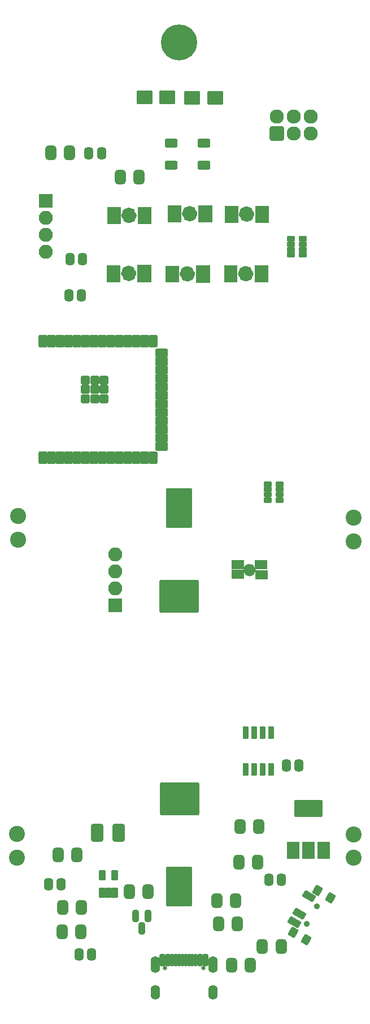
<source format=gbr>
%TF.GenerationSoftware,KiCad,Pcbnew,7.0.2*%
%TF.CreationDate,2023-07-17T20:56:39-05:00*%
%TF.ProjectId,BSidesKC23,42536964-6573-44b4-9332-332e6b696361,1.0*%
%TF.SameCoordinates,Original*%
%TF.FileFunction,Soldermask,Bot*%
%TF.FilePolarity,Negative*%
%FSLAX46Y46*%
G04 Gerber Fmt 4.6, Leading zero omitted, Abs format (unit mm)*
G04 Created by KiCad (PCBNEW 7.0.2) date 2023-07-17 20:56:39*
%MOMM*%
%LPD*%
G01*
G04 APERTURE LIST*
G04 Aperture macros list*
%AMRoundRect*
0 Rectangle with rounded corners*
0 $1 Rounding radius*
0 $2 $3 $4 $5 $6 $7 $8 $9 X,Y pos of 4 corners*
0 Add a 4 corners polygon primitive as box body*
4,1,4,$2,$3,$4,$5,$6,$7,$8,$9,$2,$3,0*
0 Add four circle primitives for the rounded corners*
1,1,$1+$1,$2,$3*
1,1,$1+$1,$4,$5*
1,1,$1+$1,$6,$7*
1,1,$1+$1,$8,$9*
0 Add four rect primitives between the rounded corners*
20,1,$1+$1,$2,$3,$4,$5,0*
20,1,$1+$1,$4,$5,$6,$7,0*
20,1,$1+$1,$6,$7,$8,$9,0*
20,1,$1+$1,$8,$9,$2,$3,0*%
G04 Aperture macros list end*
%ADD10C,1.152495*%
%ADD11C,0.100000*%
%ADD12C,0.953085*%
%ADD13R,1.955800X2.463800*%
%ADD14R,1.930400X2.438400*%
%ADD15RoundRect,0.200000X-0.850000X-0.850000X0.850000X-0.850000X0.850000X0.850000X-0.850000X0.850000X0*%
%ADD16O,2.100000X2.100000*%
%ADD17RoundRect,0.200000X0.750000X0.500000X-0.750000X0.500000X-0.750000X-0.500000X0.750000X-0.500000X0*%
%ADD18O,2.127200X2.127200*%
%ADD19RoundRect,0.200000X-0.863600X0.863600X-0.863600X-0.863600X0.863600X-0.863600X0.863600X0.863600X0*%
%ADD20C,2.127200*%
%ADD21C,5.400000*%
%ADD22RoundRect,0.200000X0.974000X0.850000X-0.974000X0.850000X-0.974000X-0.850000X0.974000X-0.850000X0*%
%ADD23RoundRect,0.450000X-0.375000X-0.625000X0.375000X-0.625000X0.375000X0.625000X-0.375000X0.625000X0*%
%ADD24RoundRect,0.200000X0.750000X0.450000X-0.750000X0.450000X-0.750000X-0.450000X0.750000X-0.450000X0*%
%ADD25RoundRect,0.350000X-0.150000X0.587500X-0.150000X-0.587500X0.150000X-0.587500X0.150000X0.587500X0*%
%ADD26C,2.400000*%
%ADD27RoundRect,0.443750X0.243750X0.456250X-0.243750X0.456250X-0.243750X-0.456250X0.243750X-0.456250X0*%
%ADD28RoundRect,0.200000X-0.400000X-0.250000X0.400000X-0.250000X0.400000X0.250000X-0.400000X0.250000X0*%
%ADD29RoundRect,0.200000X-0.400000X-0.200000X0.400000X-0.200000X0.400000X0.200000X-0.400000X0.200000X0*%
%ADD30RoundRect,0.200000X0.850000X0.850000X-0.850000X0.850000X-0.850000X-0.850000X0.850000X-0.850000X0*%
%ADD31RoundRect,0.450000X0.375000X0.625000X-0.375000X0.625000X-0.375000X-0.625000X0.375000X-0.625000X0*%
%ADD32RoundRect,0.200000X0.450000X-0.450000X0.450000X0.450000X-0.450000X0.450000X-0.450000X-0.450000X0*%
%ADD33RoundRect,0.200000X0.450000X-0.750000X0.450000X0.750000X-0.450000X0.750000X-0.450000X-0.750000X0*%
%ADD34RoundRect,0.200000X-0.450000X0.750000X-0.450000X-0.750000X0.450000X-0.750000X0.450000X0.750000X0*%
%ADD35RoundRect,0.070000X0.325000X0.875000X-0.325000X0.875000X-0.325000X-0.875000X0.325000X-0.875000X0*%
%ADD36RoundRect,0.443750X-0.243750X-0.456250X0.243750X-0.456250X0.243750X0.456250X-0.243750X0.456250X0*%
%ADD37RoundRect,0.200000X-0.096410X0.633013X-0.596410X-0.233013X0.096410X-0.633013X0.596410X0.233013X0*%
%ADD38C,0.900000*%
%ADD39RoundRect,0.200000X-0.474519X0.678109X-0.824519X0.071891X0.474519X-0.678109X0.824519X-0.071891X0*%
%ADD40RoundRect,0.200000X0.300000X0.600000X-0.300000X0.600000X-0.300000X-0.600000X0.300000X-0.600000X0*%
%ADD41RoundRect,0.450001X0.499999X0.924999X-0.499999X0.924999X-0.499999X-0.924999X0.499999X-0.924999X0*%
%ADD42RoundRect,0.200000X-1.750000X2.750000X-1.750000X-2.750000X1.750000X-2.750000X1.750000X2.750000X0*%
%ADD43RoundRect,0.200000X-2.750000X2.250000X-2.750000X-2.250000X2.750000X-2.250000X2.750000X2.250000X0*%
%ADD44C,0.650000*%
%ADD45RoundRect,0.200000X0.125000X0.700000X-0.125000X0.700000X-0.125000X-0.700000X0.125000X-0.700000X0*%
%ADD46O,1.400000X2.200000*%
%ADD47O,1.400000X2.500000*%
%ADD48RoundRect,0.200000X0.750000X1.100000X-0.750000X1.100000X-0.750000X-1.100000X0.750000X-1.100000X0*%
%ADD49RoundRect,0.200000X1.900000X1.100000X-1.900000X1.100000X-1.900000X-1.100000X1.900000X-1.100000X0*%
G04 APERTURE END LIST*
%TO.C,D9*%
D10*
X188751247Y-53625000D02*
G75*
G03*
X188751247Y-53625000I-576247J0D01*
G01*
D11*
X191477000Y-54869600D02*
X189495800Y-54869600D01*
X189495800Y-52380400D01*
X191477000Y-52380400D01*
X191477000Y-54869600D01*
G36*
X191477000Y-54869600D02*
G01*
X189495800Y-54869600D01*
X189495800Y-52380400D01*
X191477000Y-52380400D01*
X191477000Y-54869600D01*
G37*
X186854200Y-54844200D02*
X184923800Y-54844200D01*
X184923800Y-52405800D01*
X186854200Y-52405800D01*
X186854200Y-54844200D01*
G36*
X186854200Y-54844200D02*
G01*
X184923800Y-54844200D01*
X184923800Y-52405800D01*
X186854200Y-52405800D01*
X186854200Y-54844200D01*
G37*
%TO.C,D8*%
D10*
X180001247Y-53650000D02*
G75*
G03*
X180001247Y-53650000I-576247J0D01*
G01*
D11*
X182727000Y-54894600D02*
X180745800Y-54894600D01*
X180745800Y-52405400D01*
X182727000Y-52405400D01*
X182727000Y-54894600D01*
G36*
X182727000Y-54894600D02*
G01*
X180745800Y-54894600D01*
X180745800Y-52405400D01*
X182727000Y-52405400D01*
X182727000Y-54894600D01*
G37*
X178104200Y-54869200D02*
X176173800Y-54869200D01*
X176173800Y-52430800D01*
X178104200Y-52430800D01*
X178104200Y-54869200D01*
G36*
X178104200Y-54869200D02*
G01*
X176173800Y-54869200D01*
X176173800Y-52430800D01*
X178104200Y-52430800D01*
X178104200Y-54869200D01*
G37*
%TO.C,D7*%
D10*
X171215247Y-53575000D02*
G75*
G03*
X171215247Y-53575000I-576247J0D01*
G01*
D11*
X173941000Y-54819600D02*
X171959800Y-54819600D01*
X171959800Y-52330400D01*
X173941000Y-52330400D01*
X173941000Y-54819600D01*
G36*
X173941000Y-54819600D02*
G01*
X171959800Y-54819600D01*
X171959800Y-52330400D01*
X173941000Y-52330400D01*
X173941000Y-54819600D01*
G37*
X169318200Y-54794200D02*
X167387800Y-54794200D01*
X167387800Y-52355800D01*
X169318200Y-52355800D01*
X169318200Y-54794200D01*
G36*
X169318200Y-54794200D02*
G01*
X167387800Y-54794200D01*
X167387800Y-52355800D01*
X169318200Y-52355800D01*
X169318200Y-54794200D01*
G37*
%TO.C,D6*%
D10*
X188876247Y-44700000D02*
G75*
G03*
X188876247Y-44700000I-576247J0D01*
G01*
D11*
X191602000Y-45944600D02*
X189620800Y-45944600D01*
X189620800Y-43455400D01*
X191602000Y-43455400D01*
X191602000Y-45944600D01*
G36*
X191602000Y-45944600D02*
G01*
X189620800Y-45944600D01*
X189620800Y-43455400D01*
X191602000Y-43455400D01*
X191602000Y-45944600D01*
G37*
X186979200Y-45919200D02*
X185048800Y-45919200D01*
X185048800Y-43480800D01*
X186979200Y-43480800D01*
X186979200Y-45919200D01*
G36*
X186979200Y-45919200D02*
G01*
X185048800Y-45919200D01*
X185048800Y-43480800D01*
X186979200Y-43480800D01*
X186979200Y-45919200D01*
G37*
%TO.C,D5*%
D10*
X180351247Y-44650000D02*
G75*
G03*
X180351247Y-44650000I-576247J0D01*
G01*
D11*
X183077000Y-45894600D02*
X181095800Y-45894600D01*
X181095800Y-43405400D01*
X183077000Y-43405400D01*
X183077000Y-45894600D01*
G36*
X183077000Y-45894600D02*
G01*
X181095800Y-45894600D01*
X181095800Y-43405400D01*
X183077000Y-43405400D01*
X183077000Y-45894600D01*
G37*
X178454200Y-45869200D02*
X176523800Y-45869200D01*
X176523800Y-43430800D01*
X178454200Y-43430800D01*
X178454200Y-45869200D01*
G36*
X178454200Y-45869200D02*
G01*
X176523800Y-45869200D01*
X176523800Y-43430800D01*
X178454200Y-43430800D01*
X178454200Y-45869200D01*
G37*
%TO.C,D4*%
D10*
X171251247Y-44900000D02*
G75*
G03*
X171251247Y-44900000I-576247J0D01*
G01*
D11*
X173977000Y-46144600D02*
X171995800Y-46144600D01*
X171995800Y-43655400D01*
X173977000Y-43655400D01*
X173977000Y-46144600D01*
G36*
X173977000Y-46144600D02*
G01*
X171995800Y-46144600D01*
X171995800Y-43655400D01*
X173977000Y-43655400D01*
X173977000Y-46144600D01*
G37*
X169354200Y-46119200D02*
X167423800Y-46119200D01*
X167423800Y-43680800D01*
X169354200Y-43680800D01*
X169354200Y-46119200D01*
G36*
X169354200Y-46119200D02*
G01*
X167423800Y-46119200D01*
X167423800Y-43680800D01*
X169354200Y-43680800D01*
X169354200Y-46119200D01*
G37*
%TO.C,D10*%
D12*
X189213458Y-97980000D02*
G75*
G03*
X189213458Y-97980000I-476542J0D01*
G01*
%TD*%
D13*
%TO.C,D9*%
X190461000Y-53625000D03*
D14*
X185889000Y-53625000D03*
%TD*%
D13*
%TO.C,D8*%
X181711000Y-53650000D03*
D14*
X177139000Y-53650000D03*
%TD*%
D13*
%TO.C,D7*%
X172925000Y-53575000D03*
D14*
X168353000Y-53575000D03*
%TD*%
D13*
%TO.C,D6*%
X190586000Y-44700000D03*
D14*
X186014000Y-44700000D03*
%TD*%
D13*
%TO.C,D5*%
X182061000Y-44650000D03*
D14*
X177489000Y-44650000D03*
%TD*%
D13*
%TO.C,D4*%
X172961000Y-44900000D03*
D14*
X168389000Y-44900000D03*
%TD*%
D15*
%TO.C,J2*%
X168650000Y-103230000D03*
D16*
X168650000Y-100690000D03*
X168650000Y-98150000D03*
X168650000Y-95610000D03*
%TD*%
D17*
%TO.C,D10*%
X186980000Y-97200000D03*
X190510000Y-97200000D03*
X190540000Y-98650000D03*
X186990000Y-98640000D03*
%TD*%
D18*
%TO.C,X1*%
X192860000Y-30100000D03*
D19*
X192860000Y-32640000D03*
D18*
X195400000Y-30100000D03*
X195400000Y-32640000D03*
D20*
X197940000Y-30100000D03*
X197940000Y-32640000D03*
%TD*%
D21*
%TO.C,REF\u002A\u002A*%
X178175000Y-18975000D03*
%TD*%
D22*
%TO.C,SW_Reset1*%
X176425000Y-27250000D03*
X173025000Y-27250000D03*
%TD*%
D23*
%TO.C,R2*%
X190675000Y-154350000D03*
X193475000Y-154350000D03*
%TD*%
D24*
%TO.C,D3*%
X181925000Y-34050000D03*
X181925000Y-37350000D03*
X177025000Y-37350000D03*
X177025000Y-34050000D03*
%TD*%
D25*
%TO.C,D11*%
X171675000Y-149700000D03*
X173575000Y-149700000D03*
X172625000Y-151575000D03*
%TD*%
D26*
%TO.C,J1*%
X154025000Y-89870800D03*
X154025000Y-93400000D03*
%TD*%
%TO.C,J4*%
X153875000Y-137500000D03*
X153875000Y-141029200D03*
%TD*%
%TO.C,J3*%
X204325000Y-93654200D03*
X204325000Y-90125000D03*
%TD*%
D23*
%TO.C,D2*%
X187175000Y-141725000D03*
X189975000Y-141725000D03*
%TD*%
D27*
%TO.C,C5*%
X160537500Y-145025000D03*
X158662500Y-145025000D03*
%TD*%
D28*
%TO.C,RN2*%
X194925000Y-50800000D03*
D29*
X194925000Y-50000000D03*
X194925000Y-49200000D03*
D28*
X194925000Y-48400000D03*
X196725000Y-48400000D03*
D29*
X196725000Y-49200000D03*
X196725000Y-50000000D03*
D28*
X196725000Y-50800000D03*
%TD*%
D30*
%TO.C,OLED1*%
X158175000Y-42755000D03*
D16*
X158175000Y-45295000D03*
X158175000Y-47835000D03*
X158175000Y-50375000D03*
%TD*%
D27*
%TO.C,C3*%
X193512500Y-144325000D03*
X191637500Y-144325000D03*
%TD*%
D31*
%TO.C,R6*%
X186950000Y-150925000D03*
X184150000Y-150925000D03*
%TD*%
D23*
%TO.C,R5*%
X169400000Y-39175000D03*
X172200000Y-39175000D03*
%TD*%
D28*
%TO.C,RN1*%
X191475000Y-87500000D03*
D29*
X191475000Y-86700000D03*
X191475000Y-85900000D03*
D28*
X191475000Y-85100000D03*
X193275000Y-85100000D03*
D29*
X193275000Y-85900000D03*
X193275000Y-86700000D03*
D28*
X193275000Y-87500000D03*
%TD*%
D31*
%TO.C,F1*%
X190125000Y-136350000D03*
X187325000Y-136350000D03*
%TD*%
D22*
%TO.C,SW1*%
X183575000Y-27275000D03*
X180175000Y-27275000D03*
%TD*%
D31*
%TO.C,R10*%
X163550000Y-148500000D03*
X160750000Y-148500000D03*
%TD*%
D23*
%TO.C,R8*%
X183875000Y-147475000D03*
X186675000Y-147475000D03*
%TD*%
D32*
%TO.C,U2*%
X164145000Y-72350000D03*
X165545000Y-72350000D03*
X166945000Y-72350000D03*
X164145000Y-70950000D03*
X165545000Y-70950000D03*
X166945000Y-70950000D03*
X164145000Y-69550000D03*
X165545000Y-69550000D03*
X166945000Y-69550000D03*
D33*
X157825000Y-81200000D03*
X159095000Y-81200000D03*
X160365000Y-81200000D03*
X161635000Y-81200000D03*
X162905000Y-81200000D03*
X164175000Y-81200000D03*
X165445000Y-81200000D03*
X166715000Y-81200000D03*
X167985000Y-81200000D03*
X169255000Y-81200000D03*
X170525000Y-81200000D03*
X171795000Y-81200000D03*
X173065000Y-81200000D03*
X174335000Y-81200000D03*
D24*
X175585000Y-79435000D03*
X175585000Y-78165000D03*
X175585000Y-76895000D03*
X175585000Y-75625000D03*
X175585000Y-74355000D03*
X175585000Y-73085000D03*
X175585000Y-71815000D03*
X175585000Y-70545000D03*
X175585000Y-69275000D03*
X175585000Y-68005000D03*
X175585000Y-66735000D03*
X175585000Y-65465000D03*
D34*
X174335000Y-63700000D03*
X173065000Y-63700000D03*
X171795000Y-63700000D03*
X170525000Y-63700000D03*
X169255000Y-63700000D03*
X167985000Y-63700000D03*
X166715000Y-63700000D03*
X165445000Y-63700000D03*
X164175000Y-63700000D03*
X162905000Y-63700000D03*
X161635000Y-63700000D03*
X160365000Y-63700000D03*
X159095000Y-63700000D03*
X157825000Y-63700000D03*
%TD*%
D35*
%TO.C,U1*%
X191960000Y-127775000D03*
X190690000Y-127775000D03*
X189420000Y-127775000D03*
X188150000Y-127775000D03*
X188150000Y-122275000D03*
X189420000Y-122275000D03*
X190690000Y-122275000D03*
X191960000Y-122275000D03*
%TD*%
D26*
%TO.C,J5*%
X204325000Y-141050000D03*
X204325000Y-137520800D03*
%TD*%
D36*
%TO.C,C7*%
X161812500Y-51450000D03*
X163687500Y-51450000D03*
%TD*%
D37*
%TO.C,SW2*%
X200877628Y-147014969D03*
X198963712Y-145909969D03*
D38*
X198850000Y-148326924D03*
X197350000Y-150925000D03*
D37*
X197227628Y-153336955D03*
X195313712Y-152231955D03*
D39*
X197700796Y-146797405D03*
X196200796Y-149395481D03*
X195450796Y-150694519D03*
%TD*%
D27*
%TO.C,C8*%
X165087500Y-155525000D03*
X163212500Y-155525000D03*
%TD*%
D36*
%TO.C,C2*%
X194287500Y-127225000D03*
X196162500Y-127225000D03*
%TD*%
D40*
%TO.C,U4*%
X168562500Y-146275000D03*
X167612500Y-146275000D03*
X166662500Y-146275000D03*
X166662500Y-143675000D03*
X168562500Y-143675000D03*
%TD*%
D31*
%TO.C,R12*%
X163475000Y-152075000D03*
X160675000Y-152075000D03*
%TD*%
D41*
%TO.C,C4*%
X169150000Y-137275000D03*
X165900000Y-137275000D03*
%TD*%
D42*
%TO.C,BT1*%
X178225000Y-145325000D03*
D43*
X178250000Y-132200000D03*
X178225000Y-101900000D03*
D42*
X178225000Y-88725000D03*
%TD*%
D36*
%TO.C,C6*%
X161675000Y-56825000D03*
X163550000Y-56825000D03*
%TD*%
D23*
%TO.C,D1*%
X186100000Y-157125000D03*
X188900000Y-157125000D03*
%TD*%
%TO.C,R1*%
X158950000Y-35525000D03*
X161750000Y-35525000D03*
%TD*%
D36*
%TO.C,C1*%
X164687500Y-35625000D03*
X166562500Y-35625000D03*
%TD*%
D31*
%TO.C,R3*%
X173575000Y-146125000D03*
X170775000Y-146125000D03*
%TD*%
D44*
%TO.C,J6*%
X181815000Y-157512500D03*
X176035000Y-157512500D03*
D45*
X182250000Y-156312500D03*
X181450000Y-156312500D03*
X180175000Y-156312500D03*
X179175000Y-156312500D03*
X178675000Y-156312500D03*
X180675000Y-156312500D03*
X176400000Y-156312500D03*
X175600000Y-156312500D03*
X175850000Y-156312500D03*
X176650000Y-156312500D03*
X177175000Y-156312500D03*
X178175000Y-156312500D03*
X179675000Y-156312500D03*
X177675000Y-156312500D03*
X181200000Y-156312500D03*
X182000000Y-156312500D03*
D46*
X183245000Y-161162500D03*
D47*
X183245000Y-157012500D03*
D46*
X174605000Y-161162500D03*
D47*
X174605000Y-157012500D03*
%TD*%
D48*
%TO.C,U3*%
X199875000Y-139950000D03*
X197575000Y-139950000D03*
X195275000Y-139950000D03*
D49*
X197575000Y-133650000D03*
%TD*%
D31*
%TO.C,R4*%
X162900000Y-140575000D03*
X160100000Y-140575000D03*
%TD*%
M02*

</source>
